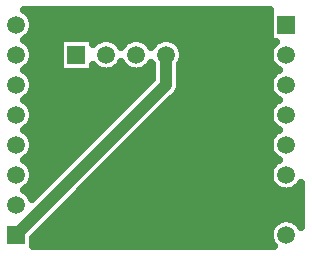
<source format=gbr>
G04 DipTrace 3.0.0.2*
G04 Bottom.gbr*
%MOIN*%
G04 #@! TF.FileFunction,Copper,L2,Bot*
G04 #@! TF.Part,Single*
G04 #@! TA.AperFunction,Conductor*
%ADD13C,0.012992*%
%ADD14C,0.03937*%
G04 #@! TA.AperFunction,CopperBalancing*
%ADD15C,0.025*%
G04 #@! TA.AperFunction,ComponentPad*
%ADD17R,0.059055X0.059055*%
%ADD18C,0.059055*%
%FSLAX26Y26*%
G04*
G70*
G90*
G75*
G01*
G04 Bottom*
%LPD*%
X1381535Y569016D2*
D13*
X1181535Y769016D1*
Y1069016D1*
X1081535D1*
X481535Y469016D2*
D14*
X981535Y969016D1*
Y1069016D1*
X534109Y1194147D2*
D15*
X1323005D1*
X540066Y1169278D2*
X1323005D1*
X534353Y1144409D2*
X1323005D1*
X510329Y1119541D2*
X623005D1*
X740066D2*
X754841D1*
X808230D2*
X854841D1*
X908230D2*
X954841D1*
X1008230D2*
X1323005D1*
X533816Y1094672D2*
X623005D1*
X1033816D2*
X1329255D1*
X540066Y1069803D2*
X623005D1*
X1040066D2*
X1323005D1*
X534597Y1044934D2*
X623005D1*
X1034597D2*
X1328474D1*
X511257Y1020066D2*
X623005D1*
X811257D2*
X851814D1*
X911257D2*
X932868D1*
X1030202D2*
X1351814D1*
X533572Y995197D2*
X932868D1*
X1030202D2*
X1329499D1*
X540017Y970328D2*
X915046D1*
X1030202D2*
X1323054D1*
X534841Y945459D2*
X890193D1*
X1023757D2*
X1328230D1*
X512185Y920591D2*
X865339D1*
X1000906D2*
X1350886D1*
X533279Y895722D2*
X840437D1*
X976003D2*
X1329792D1*
X540017Y870853D2*
X815583D1*
X951150D2*
X1323054D1*
X535085Y845984D2*
X790730D1*
X926296D2*
X1327986D1*
X513064Y821115D2*
X765827D1*
X901443D2*
X1350007D1*
X532986Y796247D2*
X740974D1*
X876540D2*
X1330085D1*
X540017Y771378D2*
X716120D1*
X851687D2*
X1323054D1*
X535329Y746509D2*
X691267D1*
X826833D2*
X1327741D1*
X513943Y721640D2*
X666365D1*
X801931D2*
X1349128D1*
X532693Y696772D2*
X641511D1*
X777077D2*
X1330378D1*
X539968Y671903D2*
X616658D1*
X752224D2*
X1323103D1*
X535574Y647034D2*
X591755D1*
X727322D2*
X1327497D1*
X514724Y622165D2*
X566902D1*
X702468D2*
X1348347D1*
X1414724D2*
X1429060D1*
X677615Y597297D2*
X1429060D1*
X652712Y572428D2*
X1429060D1*
X627859Y547559D2*
X1429060D1*
X603005Y522690D2*
X1362995D1*
X1400075D2*
X1429060D1*
X578103Y497822D2*
X1331013D1*
X553249Y472953D2*
X1323152D1*
X540066Y448084D2*
X1327058D1*
X1346881Y1112996D2*
X1325516D1*
Y1219063D1*
X506968Y1218930D1*
X514463Y1214337D1*
X521147Y1208628D1*
X526856Y1201943D1*
X531449Y1194448D1*
X534813Y1186327D1*
X536865Y1177779D1*
X537555Y1169016D1*
X536865Y1160252D1*
X534813Y1151705D1*
X531449Y1143583D1*
X526856Y1136088D1*
X521147Y1129404D1*
X514463Y1123695D1*
X506796Y1119023D1*
X514463Y1114337D1*
X521147Y1108628D1*
X526856Y1101943D1*
X531449Y1094448D1*
X534813Y1086327D1*
X536865Y1077779D1*
X537555Y1069016D1*
X536865Y1060252D1*
X534813Y1051705D1*
X531449Y1043583D1*
X526856Y1036088D1*
X521147Y1029404D1*
X514463Y1023695D1*
X506796Y1019023D1*
X514463Y1014337D1*
X521147Y1008628D1*
X526856Y1001943D1*
X531449Y994448D1*
X534813Y986327D1*
X536865Y977779D1*
X537555Y969016D1*
X536865Y960252D1*
X534813Y951705D1*
X531449Y943583D1*
X526856Y936088D1*
X521147Y929404D1*
X514463Y923695D1*
X506796Y919023D1*
X514463Y914337D1*
X521147Y908628D1*
X526856Y901943D1*
X531449Y894448D1*
X534813Y886327D1*
X536865Y877779D1*
X537555Y869016D1*
X536865Y860252D1*
X534813Y851705D1*
X531449Y843583D1*
X526856Y836088D1*
X521147Y829404D1*
X514463Y823695D1*
X506796Y819023D1*
X514463Y814337D1*
X521147Y808628D1*
X526856Y801943D1*
X531449Y794448D1*
X534813Y786327D1*
X536865Y777779D1*
X537555Y769016D1*
X536865Y760252D1*
X534813Y751705D1*
X531449Y743583D1*
X526856Y736088D1*
X521147Y729404D1*
X514463Y723695D1*
X506796Y719023D1*
X514463Y714337D1*
X521147Y708628D1*
X526856Y701943D1*
X531449Y694448D1*
X534813Y686327D1*
X536865Y677779D1*
X537555Y669016D1*
X536865Y660252D1*
X534813Y651705D1*
X531449Y643583D1*
X526856Y636088D1*
X521147Y629404D1*
X514463Y623695D1*
X506796Y619023D1*
X514463Y614337D1*
X521147Y608628D1*
X526856Y601943D1*
X531449Y594448D1*
X534474Y587246D1*
X935399Y988184D1*
X935358Y1037326D1*
X931449Y1043583D1*
X926856Y1036088D1*
X921147Y1029404D1*
X914463Y1023695D1*
X906968Y1019102D1*
X898846Y1015738D1*
X890299Y1013686D1*
X881535Y1012996D1*
X872772Y1013686D1*
X864224Y1015738D1*
X856103Y1019102D1*
X848608Y1023695D1*
X841924Y1029404D1*
X836215Y1036088D1*
X831542Y1043755D1*
X826856Y1036088D1*
X821147Y1029404D1*
X814463Y1023695D1*
X806968Y1019102D1*
X798846Y1015738D1*
X790299Y1013686D1*
X781535Y1012996D1*
X772772Y1013686D1*
X764224Y1015738D1*
X756103Y1019102D1*
X748608Y1023695D1*
X741924Y1029404D1*
X737566Y1034375D1*
X737555Y1012996D1*
X625516D1*
Y1125035D1*
X737555D1*
Y1103698D1*
X741924Y1108628D1*
X748608Y1114337D1*
X756103Y1118930D1*
X764224Y1122294D1*
X772772Y1124346D1*
X781535Y1125035D1*
X790299Y1124346D1*
X798846Y1122294D1*
X806968Y1118930D1*
X814463Y1114337D1*
X821147Y1108628D1*
X826856Y1101943D1*
X831528Y1094277D1*
X836215Y1101943D1*
X841924Y1108628D1*
X848608Y1114337D1*
X856103Y1118930D1*
X864224Y1122294D1*
X872772Y1124346D1*
X881535Y1125035D1*
X890299Y1124346D1*
X898846Y1122294D1*
X906968Y1118930D1*
X914463Y1114337D1*
X921147Y1108628D1*
X926856Y1101943D1*
X931528Y1094277D1*
X936215Y1101943D1*
X941924Y1108628D1*
X948608Y1114337D1*
X956103Y1118930D1*
X964224Y1122294D1*
X972772Y1124346D1*
X981535Y1125035D1*
X990299Y1124346D1*
X998846Y1122294D1*
X1006968Y1118930D1*
X1014463Y1114337D1*
X1021147Y1108628D1*
X1026856Y1101943D1*
X1031449Y1094448D1*
X1034813Y1086327D1*
X1036865Y1077779D1*
X1037555Y1069016D1*
X1036865Y1060252D1*
X1034813Y1051705D1*
X1031449Y1043583D1*
X1027706Y1037360D1*
X1027570Y965393D1*
X1026437Y958236D1*
X1024198Y951344D1*
X1020908Y944888D1*
X1016649Y939026D1*
X978832Y901008D1*
X537547Y459722D1*
X537555Y431530D1*
X1339885Y431516D1*
X1333771Y439746D1*
X1329780Y447578D1*
X1327064Y455938D1*
X1325688Y464620D1*
Y473411D1*
X1327064Y482093D1*
X1329780Y490454D1*
X1333771Y498286D1*
X1338938Y505398D1*
X1345154Y511613D1*
X1352265Y516780D1*
X1360098Y520771D1*
X1368458Y523488D1*
X1377140Y524863D1*
X1385931D1*
X1394613Y523488D1*
X1402973Y520771D1*
X1410806Y516780D1*
X1417917Y511613D1*
X1424133Y505398D1*
X1429300Y498286D1*
X1431543Y494245D1*
X1431449Y643583D1*
X1426856Y636088D1*
X1421147Y629404D1*
X1414463Y623695D1*
X1406968Y619102D1*
X1398846Y615738D1*
X1390299Y613686D1*
X1381535Y612996D1*
X1372772Y613686D1*
X1364224Y615738D1*
X1356103Y619102D1*
X1348608Y623695D1*
X1341924Y629404D1*
X1336215Y636088D1*
X1331622Y643583D1*
X1328258Y651705D1*
X1326205Y660252D1*
X1325516Y669016D1*
X1326205Y677779D1*
X1328258Y686327D1*
X1331622Y694448D1*
X1336215Y701943D1*
X1341924Y708628D1*
X1348608Y714337D1*
X1356275Y719009D1*
X1348608Y723695D1*
X1341924Y729404D1*
X1336215Y736088D1*
X1331622Y743583D1*
X1328258Y751705D1*
X1326205Y760252D1*
X1325516Y769016D1*
X1326205Y777779D1*
X1328258Y786327D1*
X1331622Y794448D1*
X1336215Y801943D1*
X1341924Y808628D1*
X1348608Y814337D1*
X1356275Y819009D1*
X1348608Y823695D1*
X1341924Y829404D1*
X1336215Y836088D1*
X1331622Y843583D1*
X1328258Y851705D1*
X1326205Y860252D1*
X1325516Y869016D1*
X1326205Y877779D1*
X1328258Y886327D1*
X1331622Y894448D1*
X1336215Y901943D1*
X1341924Y908628D1*
X1348608Y914337D1*
X1356275Y919009D1*
X1348608Y923695D1*
X1341924Y929404D1*
X1336215Y936088D1*
X1331622Y943583D1*
X1328258Y951705D1*
X1326205Y960252D1*
X1325516Y969016D1*
X1326205Y977779D1*
X1328258Y986327D1*
X1331622Y994448D1*
X1336215Y1001943D1*
X1341924Y1008628D1*
X1348608Y1014337D1*
X1356275Y1019009D1*
X1348608Y1023695D1*
X1341924Y1029404D1*
X1336215Y1036088D1*
X1331622Y1043583D1*
X1328258Y1051705D1*
X1326205Y1060252D1*
X1325516Y1069016D1*
X1326205Y1077779D1*
X1328258Y1086327D1*
X1331622Y1094448D1*
X1336215Y1101943D1*
X1341924Y1108628D1*
X1346894Y1112986D1*
D17*
X1381535Y1169016D3*
D18*
Y1069016D3*
Y969016D3*
Y869016D3*
Y769016D3*
Y669016D3*
Y569016D3*
Y469016D3*
D17*
X681535Y1069016D3*
D18*
X781535D3*
X881535D3*
X981535D3*
X1081535D3*
X1181535D3*
D17*
X481535Y469016D3*
D18*
Y569016D3*
Y669016D3*
Y769016D3*
Y869016D3*
Y969016D3*
Y1069016D3*
Y1169016D3*
M02*

</source>
